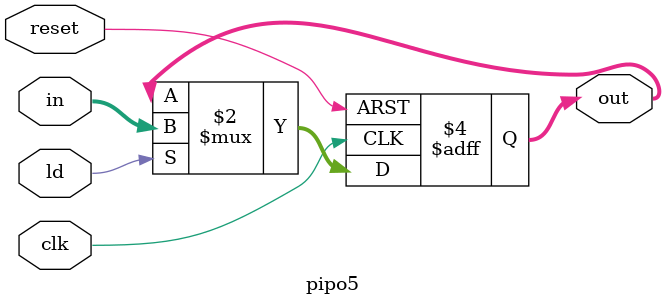
<source format=v>
`timescale 1ns / 1ps


module pipo5(output reg [22:0] out, input [22:0] in, input ld,clk,reset);
always @(posedge clk,posedge reset)
begin
    if(reset)
        out <= 0;
    else if(ld)
        out <= in;       
end
endmodule

</source>
